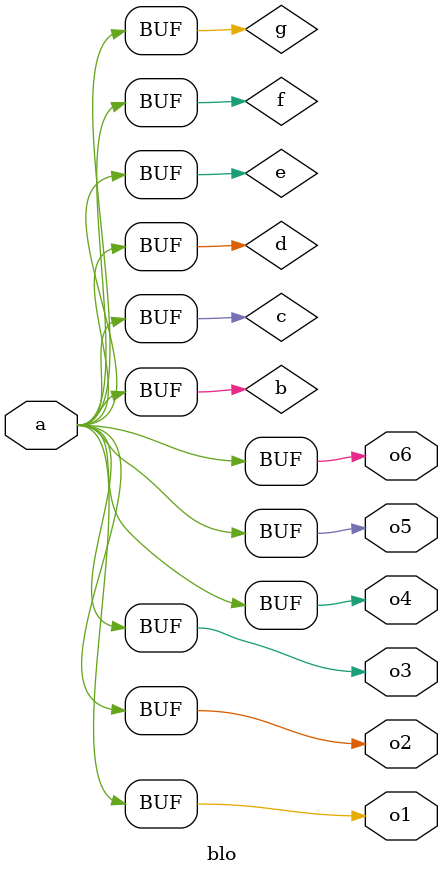
<source format=sv>
`timescale 1ns / 1ps
module blo(input a,output o1,output o2,output o3,output o4,output o5,output o6);
reg b,c,d,e,f,g;
always @(a)
begin
b=a;
end
always @(a)
begin
c<=a;
end
always @(a)
begin
#5 d=a;
end
always @(a)
begin
#5 e<=a;
end
always @(a)
begin
f=#5a;
end
always @(a)
begin
g<=#5a;
end
assign o1=b;
assign o2=c;
assign o3=d;
assign o4=e;
assign o5=f;
assign o6=g;

endmodule

</source>
